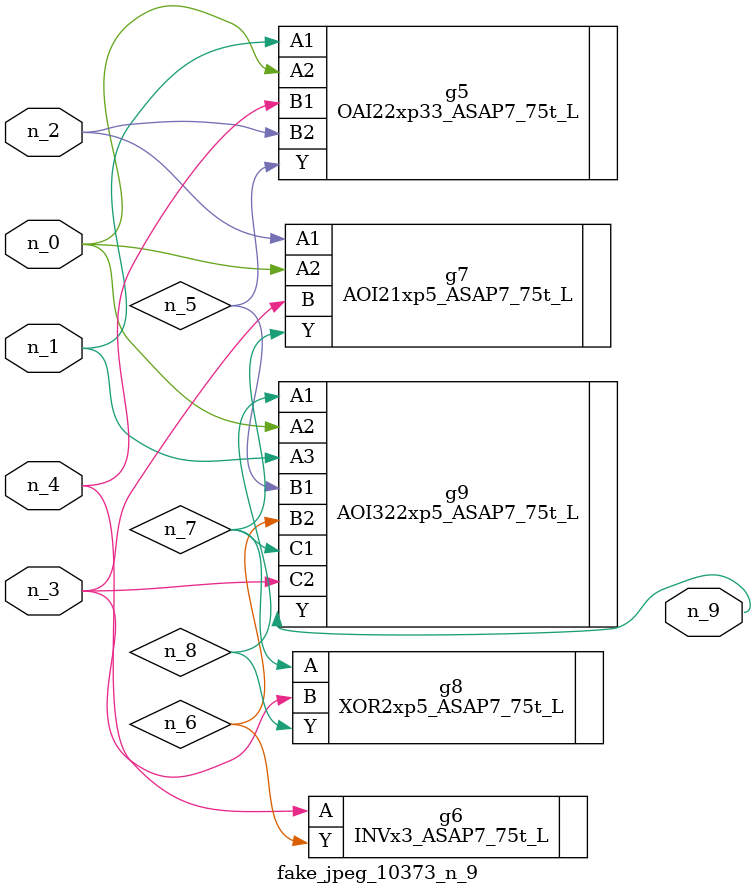
<source format=v>
module fake_jpeg_10373_n_9 (n_3, n_2, n_1, n_0, n_4, n_9);

input n_3;
input n_2;
input n_1;
input n_0;
input n_4;

output n_9;

wire n_8;
wire n_6;
wire n_5;
wire n_7;

OAI22xp33_ASAP7_75t_L g5 ( 
.A1(n_1),
.A2(n_0),
.B1(n_4),
.B2(n_2),
.Y(n_5)
);

INVx3_ASAP7_75t_L g6 ( 
.A(n_4),
.Y(n_6)
);

AOI21xp5_ASAP7_75t_L g7 ( 
.A1(n_2),
.A2(n_0),
.B(n_3),
.Y(n_7)
);

XOR2xp5_ASAP7_75t_L g8 ( 
.A(n_7),
.B(n_3),
.Y(n_8)
);

AOI322xp5_ASAP7_75t_L g9 ( 
.A1(n_8),
.A2(n_0),
.A3(n_1),
.B1(n_5),
.B2(n_6),
.C1(n_7),
.C2(n_3),
.Y(n_9)
);


endmodule
</source>
